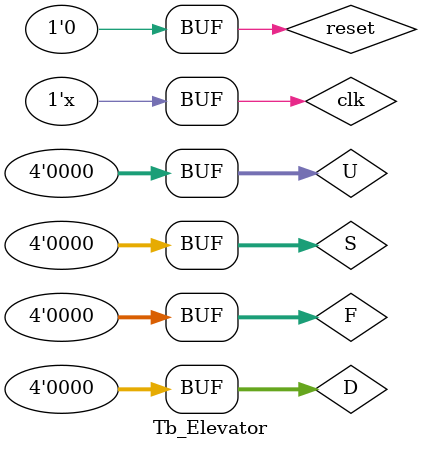
<source format=v>
`timescale 1ns / 1ns

module Tb_Elevator;

  // Inputs
  reg [3:0] F;
  reg [3:0] S;
  reg [3:0] D;
  reg [3:0] U;
  reg reset;
  reg clk;

  // Outputs
  wire [1:0] AC;
  wire [2:0] DISP;
  wire open;

  // Instantiate the Unit Under Test (UUT)
  Elevator uut (
             .F(F),
             .S(S),
             .D(D),
             .U(U),
             .reset(reset),
             .clk(clk),
             
             .AC(AC),
             .DISP(DISP),
             .open(open)
           );
 
always
  begin
    #5 clk = ~clk;
  end

  initial
  begin
    // Initialize Inputs
    F = 0;
    S = 0;
    D = 0;
    U = 0;
    reset = 1;
    clk = 0;

    #10;
    reset = 0; 
    #10
    U[1] = 1; S[1] = 1;  #20  S[1] = 0; U[1] = 0;
    #20
    D[3] = 1; S[3] = 1; #70 S[3] = 0; D[3] = 0;
    #30
   D[2] = 1; S[2] = 1; #20 S[2] = 0; D[2] = 0;

   #30
   U[0] = 1; S[0] = 1; #50 S[0] = 0; U[0] = 0;

   #30 
    D[2] = 1; S[2] = 1; 
    #20
    F[1] = 1; S[1] = 1; #20 S[1] = 0; F[1] = 0;
    #40 S[2] = 0; D[2] = 0;
  

  end
endmodule

</source>
